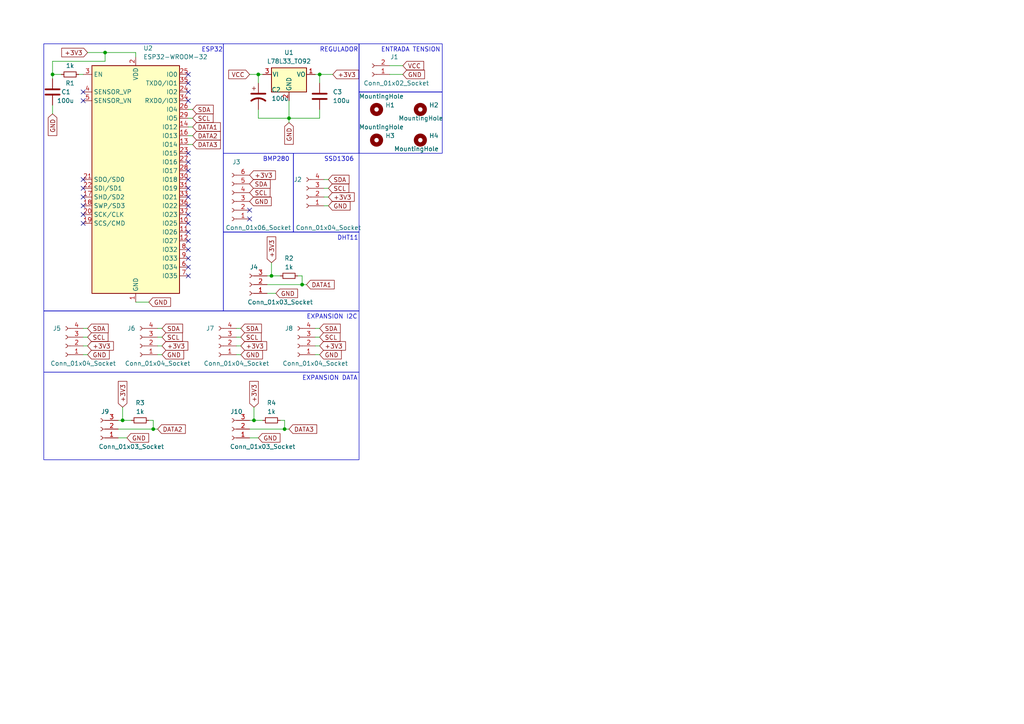
<source format=kicad_sch>
(kicad_sch (version 20230121) (generator eeschema)
  (paper "A4")
  (title_block (title "PCB CondicionesAmbientales") (date "2024-06-03") (rev "1.0") (company "ULL") (comment 1 "Johan David Melián Ramos"))
  (lib_symbols
    (symbol "Connector:Conn_01x02_Socket" (pin_names (offset 1.016) hide)
      (property "Reference" "J" (at 0 2.54 0))
      (property "Value" "Conn_01x02_Socket" (at 0 -5.08 0))
      (symbol "Conn_01x02_Socket_1_1"
        (arc (start 0 -2.032) (mid -0.5058 -2.54) (end 0 -3.048) (stroke (width 0.1524)))
        (polyline (pts (xy -1.27 -2.54) (xy -0.508 -2.54)) (stroke (width 0.1524)))
        (polyline (pts (xy -1.27 0) (xy -0.508 0)) (stroke (width 0.1524)))
        (arc (start 0 0.508) (mid -0.5058 0) (end 0 -0.508) (stroke (width 0.1524)))
        (pin passive line (at -5.08 0 0) (length 3.81) (name "Pin_1") (number "1"))
        (pin passive line (at -5.08 -2.54 0) (length 3.81) (name "Pin_2") (number "2"))
      )
    )
    (symbol "Connector:Conn_01x03_Socket" (pin_names (offset 1.016) hide)
      (property "Reference" "J" (at 0 5.08 0))
      (property "Value" "Conn_01x03_Socket" (at 0 -5.08 0))
      (symbol "Conn_01x03_Socket_1_1"
        (arc (start 0 -2.032) (mid -0.5058 -2.54) (end 0 -3.048) (stroke (width 0.1524)))
        (polyline (pts (xy -1.27 -2.54) (xy -0.508 -2.54)) (stroke (width 0.1524)))
        (polyline (pts (xy -1.27 0) (xy -0.508 0)) (stroke (width 0.1524)))
        (polyline (pts (xy -1.27 2.54) (xy -0.508 2.54)) (stroke (width 0.1524)))
        (arc (start 0 0.508) (mid -0.5058 0) (end 0 -0.508) (stroke (width 0.1524)))
        (arc (start 0 3.048) (mid -0.5058 2.54) (end 0 2.032) (stroke (width 0.1524)))
        (pin passive line (at -5.08 2.54 0) (length 3.81) (name "Pin_1") (number "1"))
        (pin passive line (at -5.08 0 0) (length 3.81) (name "Pin_2") (number "2"))
        (pin passive line (at -5.08 -2.54 0) (length 3.81) (name "Pin_3") (number "3"))
      )
    )
    (symbol "Connector:Conn_01x04_Socket" (pin_names (offset 1.016) hide)
      (property "Reference" "J" (at 0 5.08 0))
      (property "Value" "Conn_01x04_Socket" (at 0 -7.62 0))
      (symbol "Conn_01x04_Socket_1_1"
        (arc (start 0 -4.572) (mid -0.5058 -5.08) (end 0 -5.588) (stroke (width 0.1524)))
        (arc (start 0 -2.032) (mid -0.5058 -2.54) (end 0 -3.048) (stroke (width 0.1524)))
        (polyline (pts (xy -1.27 -5.08) (xy -0.508 -5.08)) (stroke (width 0.1524)))
        (polyline (pts (xy -1.27 -2.54) (xy -0.508 -2.54)) (stroke (width 0.1524)))
        (polyline (pts (xy -1.27 0) (xy -0.508 0)) (stroke (width 0.1524)))
        (polyline (pts (xy -1.27 2.54) (xy -0.508 2.54)) (stroke (width 0.1524)))
        (arc (start 0 0.508) (mid -0.5058 0) (end 0 -0.508) (stroke (width 0.1524)))
        (arc (start 0 3.048) (mid -0.5058 2.54) (end 0 2.032) (stroke (width 0.1524)))
        (pin passive line (at -5.08 2.54 0) (length 3.81) (name "Pin_1") (number "1"))
        (pin passive line (at -5.08 0 0) (length 3.81) (name "Pin_2") (number "2"))
        (pin passive line (at -5.08 -2.54 0) (length 3.81) (name "Pin_3") (number "3"))
        (pin passive line (at -5.08 -5.08 0) (length 3.81) (name "Pin_4") (number "4"))
      )
    )
    (symbol "Connector:Conn_01x06_Socket" (pin_names (offset 1.016) hide)
      (property "Reference" "J" (at 0 7.62 0))
      (property "Value" "Conn_01x06_Socket" (at 0 -10.16 0))
      (symbol "Conn_01x06_Socket_1_1"
        (arc (start 0 -7.112) (mid -0.5058 -7.62) (end 0 -8.128) (stroke (width 0.1524)))
        (arc (start 0 -4.572) (mid -0.5058 -5.08) (end 0 -5.588) (stroke (width 0.1524)))
        (arc (start 0 -2.032) (mid -0.5058 -2.54) (end 0 -3.048) (stroke (width 0.1524)))
        (polyline (pts (xy -1.27 -7.62) (xy -0.508 -7.62)) (stroke (width 0.1524)))
        (polyline (pts (xy -1.27 -5.08) (xy -0.508 -5.08)) (stroke (width 0.1524)))
        (polyline (pts (xy -1.27 -2.54) (xy -0.508 -2.54)) (stroke (width 0.1524)))
        (polyline (pts (xy -1.27 0) (xy -0.508 0)) (stroke (width 0.1524)))
        (polyline (pts (xy -1.27 2.54) (xy -0.508 2.54)) (stroke (width 0.1524)))
        (polyline (pts (xy -1.27 5.08) (xy -0.508 5.08)) (stroke (width 0.1524)))
        (arc (start 0 0.508) (mid -0.5058 0) (end 0 -0.508) (stroke (width 0.1524)))
        (arc (start 0 3.048) (mid -0.5058 2.54) (end 0 2.032) (stroke (width 0.1524)))
        (arc (start 0 5.588) (mid -0.5058 5.08) (end 0 4.572) (stroke (width 0.1524)))
        (pin passive line (at -5.08 5.08 0) (length 3.81) (name "Pin_1") (number "1"))
        (pin passive line (at -5.08 2.54 0) (length 3.81) (name "Pin_2") (number "2"))
        (pin passive line (at -5.08 0 0) (length 3.81) (name "Pin_3") (number "3"))
        (pin passive line (at -5.08 -2.54 0) (length 3.81) (name "Pin_4") (number "4"))
        (pin passive line (at -5.08 -5.08 0) (length 3.81) (name "Pin_5") (number "5"))
        (pin passive line (at -5.08 -7.62 0) (length 3.81) (name "Pin_6") (number "6"))
      )
    )
    (symbol "Device:C" (pin_numbers hide) (pin_names (offset 0.254))
      (property "Reference" "C" (at 0.635 2.54 0))
      (property "Value" "C" (at 0.635 -2.54 0))
      (symbol "C_0_1"
        (polyline (pts (xy -2.032 -0.762) (xy 2.032 -0.762)) (stroke (width 0.508)))
        (polyline (pts (xy -2.032 0.762) (xy 2.032 0.762)) (stroke (width 0.508)))
      )
      (symbol "C_1_1"
        (pin passive line (at 0 3.81 270) (length 2.794) (name "~") (number "1"))
        (pin passive line (at 0 -3.81 90) (length 2.794) (name "~") (number "2"))
      )
    )
    (symbol "Device:C_Polarized_US" (pin_numbers hide) (pin_names (offset 0.254) hide)
      (property "Reference" "C" (at 0.635 2.54 0))
      (property "Value" "C_Polarized_US" (at 0.635 -2.54 0))
      (symbol "C_Polarized_US_0_1"
        (polyline (pts (xy -2.032 0.762) (xy 2.032 0.762)) (stroke (width 0.508)))
        (polyline (pts (xy -1.778 2.286) (xy -0.762 2.286)))
        (polyline (pts (xy -1.27 1.778) (xy -1.27 2.794)))
        (arc (start 2.032 -1.27) (mid 0 -0.5572) (end -2.032 -1.27) (stroke (width 0.508)))
      )
      (symbol "C_Polarized_US_1_1"
        (pin passive line (at 0 3.81 270) (length 2.794) (name "~") (number "1"))
        (pin passive line (at 0 -3.81 90) (length 3.302) (name "~") (number "2"))
      )
    )
    (symbol "Device:R_Small" (pin_numbers hide) (pin_names (offset 0.254) hide)
      (property "Reference" "R" (at 0.762 0.508 0))
      (property "Value" "R_Small" (at 0.762 -1.016 0))
      (symbol "R_Small_0_1"
        (rectangle (start -0.762 1.778) (end 0.762 -1.778) (stroke (width 0.2032)))
      )
      (symbol "R_Small_1_1"
        (pin passive line (at 0 2.54 270) (length 0.762) (name "~") (number "1"))
        (pin passive line (at 0 -2.54 90) (length 0.762) (name "~") (number "2"))
      )
    )
    (symbol "Mechanical:MountingHole" (pin_names (offset 1.016))
      (property "Reference" "H" (at 0 5.08 0))
      (property "Value" "MountingHole" (at 0 3.175 0))
      (symbol "MountingHole_0_1"
        (circle (center 0 0) (radius 1.27) (stroke (width 1.27)))
      )
    )
    (symbol "RF_Module:ESP32-WROOM-32"
      (property "Reference" "U" (at -12.7 34.29 0))
      (property "Value" "ESP32-WROOM-32" (at 1.27 34.29 0))
      (symbol "ESP32-WROOM-32_0_1"
        (rectangle (start -12.7 33.02) (end 12.7 -33.02) (stroke (width 0.254)) (fill (type background)))
      )
      (symbol "ESP32-WROOM-32_1_1"
        (pin power_in line (at 0 -35.56 90) (length 2.54) (name "GND") (number "1"))
        (pin bidirectional line (at 15.24 -12.7 180) (length 2.54) (name "IO25") (number "10"))
        (pin bidirectional line (at 15.24 -15.24 180) (length 2.54) (name "IO26") (number "11"))
        (pin bidirectional line (at 15.24 -17.78 180) (length 2.54) (name "IO27") (number "12"))
        (pin bidirectional line (at 15.24 10.16 180) (length 2.54) (name "IO14") (number "13"))
        (pin bidirectional line (at 15.24 15.24 180) (length 2.54) (name "IO12") (number "14"))
        (pin passive line (at 0 -35.56 90) (length 2.54) hide (name "GND") (number "15"))
        (pin bidirectional line (at 15.24 12.7 180) (length 2.54) (name "IO13") (number "16"))
        (pin bidirectional line (at -15.24 -5.08 0) (length 2.54) (name "SHD/SD2") (number "17"))
        (pin bidirectional line (at -15.24 -7.62 0) (length 2.54) (name "SWP/SD3") (number "18"))
        (pin bidirectional line (at -15.24 -12.7 0) (length 2.54) (name "SCS/CMD") (number "19"))
        (pin power_in line (at 0 35.56 270) (length 2.54) (name "VDD") (number "2"))
        (pin bidirectional line (at -15.24 -10.16 0) (length 2.54) (name "SCK/CLK") (number "20"))
        (pin bidirectional line (at -15.24 0 0) (length 2.54) (name "SDO/SD0") (number "21"))
        (pin bidirectional line (at -15.24 -2.54 0) (length 2.54) (name "SDI/SD1") (number "22"))
        (pin bidirectional line (at 15.24 7.62 180) (length 2.54) (name "IO15") (number "23"))
        (pin bidirectional line (at 15.24 25.4 180) (length 2.54) (name "IO2") (number "24"))
        (pin bidirectional line (at 15.24 30.48 180) (length 2.54) (name "IO0") (number "25"))
        (pin bidirectional line (at 15.24 20.32 180) (length 2.54) (name "IO4") (number "26"))
        (pin bidirectional line (at 15.24 5.08 180) (length 2.54) (name "IO16") (number "27"))
        (pin bidirectional line (at 15.24 2.54 180) (length 2.54) (name "IO17") (number "28"))
        (pin bidirectional line (at 15.24 17.78 180) (length 2.54) (name "IO5") (number "29"))
        (pin input line (at -15.24 30.48 0) (length 2.54) (name "EN") (number "3"))
        (pin bidirectional line (at 15.24 0 180) (length 2.54) (name "IO18") (number "30"))
        (pin bidirectional line (at 15.24 -2.54 180) (length 2.54) (name "IO19") (number "31"))
        (pin no_connect line (at -12.7 -27.94 0) (length 2.54) hide (name "NC") (number "32"))
        (pin bidirectional line (at 15.24 -5.08 180) (length 2.54) (name "IO21") (number "33"))
        (pin bidirectional line (at 15.24 22.86 180) (length 2.54) (name "RXD0/IO3") (number "34"))
        (pin bidirectional line (at 15.24 27.94 180) (length 2.54) (name "TXD0/IO1") (number "35"))
        (pin bidirectional line (at 15.24 -7.62 180) (length 2.54) (name "IO22") (number "36"))
        (pin bidirectional line (at 15.24 -10.16 180) (length 2.54) (name "IO23") (number "37"))
        (pin passive line (at 0 -35.56 90) (length 2.54) hide (name "GND") (number "38"))
        (pin passive line (at 0 -35.56 90) (length 2.54) hide (name "GND") (number "39"))
        (pin input line (at -15.24 25.4 0) (length 2.54) (name "SENSOR_VP") (number "4"))
        (pin input line (at -15.24 22.86 0) (length 2.54) (name "SENSOR_VN") (number "5"))
        (pin input line (at 15.24 -25.4 180) (length 2.54) (name "IO34") (number "6"))
        (pin input line (at 15.24 -27.94 180) (length 2.54) (name "IO35") (number "7"))
        (pin bidirectional line (at 15.24 -20.32 180) (length 2.54) (name "IO32") (number "8"))
        (pin bidirectional line (at 15.24 -22.86 180) (length 2.54) (name "IO33") (number "9"))
      )
    )
    (symbol "Regulator_Linear:L78L33_TO92" (pin_names (offset 0.254))
      (property "Reference" "U" (at -3.81 3.175 0))
      (property "Value" "L78L33_TO92" (at 0 3.175 0))
      (symbol "L78L33_TO92_0_1"
        (rectangle (start -5.08 -5.08) (end 5.08 1.905) (stroke (width 0.254)) (fill (type background)))
      )
      (symbol "L78L33_TO92_1_1"
        (pin power_out line (at 7.62 0 180) (length 2.54) (name "VO") (number "1"))
        (pin power_in line (at 0 -7.62 90) (length 2.54) (name "GND") (number "2"))
        (pin power_in line (at -7.62 0 0) (length 2.54) (name "VI") (number "3"))
      )
    )
  )
  (junction (at 15.24 21.59))
  (junction (at 78.74 80.01))
  (junction (at 73.66 121.92))
  (junction (at 30.48 15.24))
  (junction (at 92.71 21.59))
  (junction (at 74.93 21.59))
  (junction (at 44.45 124.46))
  (junction (at 87.63 82.55))
  (junction (at 35.56 121.92))
  (junction (at 82.55 124.46))
  (junction (at 83.82 34.29))
  (no_connect (at 24.13 59.69))
  (no_connect (at 54.61 77.47))
  (no_connect (at 54.61 54.61))
  (no_connect (at 54.61 29.21))
  (no_connect (at 24.13 29.21))
  (no_connect (at 24.13 52.07))
  (no_connect (at 54.61 59.69))
  (no_connect (at 24.13 26.67))
  (no_connect (at 54.61 69.85))
  (no_connect (at 54.61 80.01))
  (no_connect (at 54.61 67.31))
  (no_connect (at 54.61 62.23))
  (no_connect (at 54.61 46.99))
  (no_connect (at 54.61 57.15))
  (no_connect (at 24.13 64.77))
  (no_connect (at 54.61 24.13))
  (no_connect (at 24.13 62.23))
  (no_connect (at 54.61 64.77))
  (no_connect (at 72.39 60.96))
  (no_connect (at 54.61 52.07))
  (no_connect (at 72.39 63.5))
  (no_connect (at 24.13 57.15))
  (no_connect (at 24.13 54.61))
  (no_connect (at 54.61 49.53))
  (no_connect (at 54.61 72.39))
  (no_connect (at 54.61 74.93))
  (no_connect (at 54.61 21.59))
  (no_connect (at 54.61 44.45))
  (no_connect (at 54.61 26.67))
  (wire (pts (xy 82.55 121.92) (xy 81.28 121.92)))
  (wire (pts (xy 54.61 41.91) (xy 55.88 41.91)))
  (wire (pts (xy 46.99 97.79) (xy 45.72 97.79)))
  (wire (pts (xy 83.82 34.29) (xy 92.71 34.29)))
  (wire (pts (xy 73.66 121.92) (xy 76.2 121.92)))
  (wire (pts (xy 15.24 21.59) (xy 15.24 17.78)))
  (wire (pts (xy 82.55 124.46) (xy 83.82 124.46)))
  (wire (pts (xy 46.99 100.33) (xy 45.72 100.33)))
  (wire (pts (xy 72.39 124.46) (xy 82.55 124.46)))
  (wire (pts (xy 15.24 17.78) (xy 30.48 17.78)))
  (wire (pts (xy 25.4 102.87) (xy 24.13 102.87)))
  (wire (pts (xy 74.93 21.59) (xy 74.93 24.13)))
  (wire (pts (xy 82.55 121.92) (xy 82.55 124.46)))
  (wire (pts (xy 54.61 39.37) (xy 55.88 39.37)))
  (wire (pts (xy 74.93 34.29) (xy 83.82 34.29)))
  (wire (pts (xy 39.37 87.63) (xy 43.18 87.63)))
  (wire (pts (xy 22.86 21.59) (xy 24.13 21.59)))
  (wire (pts (xy 78.74 80.01) (xy 81.28 80.01)))
  (wire (pts (xy 77.47 85.09) (xy 80.01 85.09)))
  (wire (pts (xy 30.48 17.78) (xy 30.48 15.24)))
  (wire (pts (xy 95.25 57.15) (xy 93.98 57.15)))
  (wire (pts (xy 69.85 102.87) (xy 68.58 102.87)))
  (wire (pts (xy 30.48 15.24) (xy 39.37 15.24)))
  (wire (pts (xy 92.71 21.59) (xy 92.71 24.13)))
  (wire (pts (xy 15.24 21.59) (xy 15.24 22.86)))
  (wire (pts (xy 87.63 80.01) (xy 87.63 82.55)))
  (wire (pts (xy 34.29 124.46) (xy 44.45 124.46)))
  (wire (pts (xy 116.84 19.05) (xy 113.03 19.05)))
  (wire (pts (xy 78.74 76.2) (xy 78.74 80.01)))
  (wire (pts (xy 74.93 21.59) (xy 76.2 21.59)))
  (wire (pts (xy 95.25 54.61) (xy 93.98 54.61)))
  (wire (pts (xy 77.47 82.55) (xy 87.63 82.55)))
  (wire (pts (xy 44.45 124.46) (xy 45.72 124.46)))
  (wire (pts (xy 34.29 127) (xy 36.83 127)))
  (wire (pts (xy 87.63 80.01) (xy 86.36 80.01)))
  (wire (pts (xy 69.85 95.25) (xy 68.58 95.25)))
  (wire (pts (xy 25.4 100.33) (xy 24.13 100.33)))
  (wire (pts (xy 35.56 118.11) (xy 35.56 121.92)))
  (wire (pts (xy 44.45 121.92) (xy 43.18 121.92)))
  (wire (pts (xy 25.4 95.25) (xy 24.13 95.25)))
  (wire (pts (xy 72.39 21.59) (xy 74.93 21.59)))
  (wire (pts (xy 87.63 82.55) (xy 88.9 82.55)))
  (wire (pts (xy 92.71 100.33) (xy 91.44 100.33)))
  (wire (pts (xy 54.61 36.83) (xy 55.88 36.83)))
  (wire (pts (xy 54.61 31.75) (xy 55.88 31.75)))
  (wire (pts (xy 46.99 95.25) (xy 45.72 95.25)))
  (wire (pts (xy 113.03 21.59) (xy 116.84 21.59)))
  (wire (pts (xy 35.56 121.92) (xy 38.1 121.92)))
  (wire (pts (xy 25.4 97.79) (xy 24.13 97.79)))
  (wire (pts (xy 92.71 95.25) (xy 91.44 95.25)))
  (wire (pts (xy 54.61 34.29) (xy 55.88 34.29)))
  (wire (pts (xy 92.71 102.87) (xy 91.44 102.87)))
  (wire (pts (xy 35.56 121.92) (xy 34.29 121.92)))
  (wire (pts (xy 73.66 121.92) (xy 72.39 121.92)))
  (wire (pts (xy 91.44 21.59) (xy 92.71 21.59)))
  (wire (pts (xy 73.66 118.11) (xy 73.66 121.92)))
  (wire (pts (xy 44.45 121.92) (xy 44.45 124.46)))
  (wire (pts (xy 25.4 15.24) (xy 30.48 15.24)))
  (wire (pts (xy 69.85 97.79) (xy 68.58 97.79)))
  (wire (pts (xy 15.24 30.48) (xy 15.24 33.02)))
  (wire (pts (xy 46.99 102.87) (xy 45.72 102.87)))
  (wire (pts (xy 92.71 97.79) (xy 91.44 97.79)))
  (wire (pts (xy 74.93 34.29) (xy 74.93 31.75)))
  (wire (pts (xy 39.37 15.24) (xy 39.37 16.51)))
  (wire (pts (xy 83.82 35.56) (xy 83.82 34.29)))
  (wire (pts (xy 78.74 80.01) (xy 77.47 80.01)))
  (wire (pts (xy 92.71 21.59) (xy 96.52 21.59)))
  (wire (pts (xy 69.85 100.33) (xy 68.58 100.33)))
  (wire (pts (xy 83.82 29.21) (xy 83.82 34.29)))
  (wire (pts (xy 95.25 59.69) (xy 93.98 59.69)))
  (wire (pts (xy 95.25 52.07) (xy 93.98 52.07)))
  (wire (pts (xy 92.71 31.75) (xy 92.71 34.29)))
  (wire (pts (xy 72.39 127) (xy 74.93 127)))
  (wire (pts (xy 17.78 21.59) (xy 15.24 21.59)))
  (rectangle (start 12.7 107.95) (end 104.14 133.35))
  (rectangle (start 104.14 12.7) (end 128.27 26.67))
  (rectangle (start 64.77 67.31) (end 104.14 90.17))
  (rectangle (start 104.14 26.67) (end 128.27 44.45))
  (rectangle (start 64.77 44.45) (end 85.09 67.31))
  (rectangle (start 12.7 90.17) (end 104.14 107.95))
  (rectangle (start 12.7 12.7) (end 64.77 90.17))
  (rectangle (start 64.77 12.7) (end 104.14 44.45))
  (rectangle (start 85.09 44.45) (end 104.14 67.31))
  (text "BMP280" (at 76.2 46.99 0) (effects (font (size 1.27 1.27)) (justify left bottom)))
  (text "ESP32" (at 58.42 15.24 0) (effects (font (size 1.27 1.27)) (justify left bottom)))
  (text "REGULADOR\n" (at 92.71 15.24 0) (effects (font (size 1.27 1.27)) (justify left bottom)))
  (text "EXPANSION DATA" (at 87.63 110.49 0) (effects (font (size 1.27 1.27)) (justify left bottom)))
  (text "SSD1306 " (at 93.98 46.99 0) (effects (font (size 1.27 1.27)) (justify left bottom)))
  (text "ENTRADA TENSION\n" (at 110.49 15.24 0) (effects (font (size 1.27 1.27)) (justify left bottom)))
  (text "DHT11" (at 97.79 69.85 0) (effects (font (size 1.27 1.27)) (justify left bottom)))
  (text "EXPANSION I2C\n" (at 88.9 92.71 0) (effects (font (size 1.27 1.27)) (justify left bottom)))
  (global_label "+3V3" (shape input) (at 96.52 21.59 0) (property "Intersheetrefs" "${INTERSHEET_REFS}" (effects hide)))
  (global_label "VCC" (shape input) (at 116.84 19.05 0) (property "Intersheetrefs" "${INTERSHEET_REFS}" (effects hide)))
  (global_label "SDA" (shape input) (at 95.25 52.07 0) (property "Intersheetrefs" "${INTERSHEET_REFS}" (effects hide)))
  (global_label "SDA" (shape input) (at 92.71 95.25 0) (property "Intersheetrefs" "${INTERSHEET_REFS}" (effects hide)))
  (global_label "+3V3" (shape input) (at 35.56 118.11 90) (property "Intersheetrefs" "${INTERSHEET_REFS}" (effects hide)))
  (global_label "+3V3" (shape input) (at 73.66 118.11 90) (property "Intersheetrefs" "${INTERSHEET_REFS}" (effects hide)))
  (global_label "SCL" (shape input) (at 55.88 34.29 0) (property "Intersheetrefs" "${INTERSHEET_REFS}" (effects hide)))
  (global_label "GND" (shape input) (at 80.01 85.09 0) (property "Intersheetrefs" "${INTERSHEET_REFS}" (effects hide)))
  (global_label "SDA" (shape input) (at 69.85 95.25 0) (property "Intersheetrefs" "${INTERSHEET_REFS}" (effects hide)))
  (global_label "+3V3" (shape input) (at 78.74 76.2 90) (property "Intersheetrefs" "${INTERSHEET_REFS}" (effects hide)))
  (global_label "SCL" (shape input) (at 72.39 55.88 0) (property "Intersheetrefs" "${INTERSHEET_REFS}" (effects hide)))
  (global_label "+3V3" (shape input) (at 95.25 57.15 0) (property "Intersheetrefs" "${INTERSHEET_REFS}" (effects hide)))
  (global_label "GND" (shape input) (at 15.24 33.02 270) (property "Intersheetrefs" "${INTERSHEET_REFS}" (effects hide)))
  (global_label "SCL" (shape input) (at 69.85 97.79 0) (property "Intersheetrefs" "${INTERSHEET_REFS}" (effects hide)))
  (global_label "+3V3" (shape input) (at 25.4 100.33 0) (property "Intersheetrefs" "${INTERSHEET_REFS}" (effects hide)))
  (global_label "+3V3" (shape input) (at 25.4 15.24 180) (property "Intersheetrefs" "${INTERSHEET_REFS}" (effects hide)))
  (global_label "DATA3" (shape input) (at 83.82 124.46 0) (property "Intersheetrefs" "${INTERSHEET_REFS}" (effects hide)))
  (global_label "+3V3" (shape input) (at 46.99 100.33 0) (property "Intersheetrefs" "${INTERSHEET_REFS}" (effects hide)))
  (global_label "GND" (shape input) (at 43.18 87.63 0) (property "Intersheetrefs" "${INTERSHEET_REFS}" (effects hide)))
  (global_label "SDA" (shape input) (at 25.4 95.25 0) (property "Intersheetrefs" "${INTERSHEET_REFS}" (effects hide)))
  (global_label "+3V3" (shape input) (at 92.71 100.33 0) (property "Intersheetrefs" "${INTERSHEET_REFS}" (effects hide)))
  (global_label "SCL" (shape input) (at 25.4 97.79 0) (property "Intersheetrefs" "${INTERSHEET_REFS}" (effects hide)))
  (global_label "GND" (shape input) (at 92.71 102.87 0) (property "Intersheetrefs" "${INTERSHEET_REFS}" (effects hide)))
  (global_label "SDA" (shape input) (at 72.39 53.34 0) (property "Intersheetrefs" "${INTERSHEET_REFS}" (effects hide)))
  (global_label "SDA" (shape input) (at 46.99 95.25 0) (property "Intersheetrefs" "${INTERSHEET_REFS}" (effects hide)))
  (global_label "GND" (shape input) (at 74.93 127 0) (property "Intersheetrefs" "${INTERSHEET_REFS}" (effects hide)))
  (global_label "VCC" (shape input) (at 72.39 21.59 180) (property "Intersheetrefs" "${INTERSHEET_REFS}" (effects hide)))
  (global_label "SCL" (shape input) (at 92.71 97.79 0) (property "Intersheetrefs" "${INTERSHEET_REFS}" (effects hide)))
  (global_label "DATA1" (shape input) (at 55.88 36.83 0) (property "Intersheetrefs" "${INTERSHEET_REFS}" (effects hide)))
  (global_label "+3V3" (shape input) (at 72.39 50.8 0) (property "Intersheetrefs" "${INTERSHEET_REFS}" (effects hide)))
  (global_label "GND" (shape input) (at 83.82 35.56 270) (property "Intersheetrefs" "${INTERSHEET_REFS}" (effects hide)))
  (global_label "+3V3" (shape input) (at 69.85 100.33 0) (property "Intersheetrefs" "${INTERSHEET_REFS}" (effects hide)))
  (global_label "SCL" (shape input) (at 46.99 97.79 0) (property "Intersheetrefs" "${INTERSHEET_REFS}" (effects hide)))
  (global_label "GND" (shape input) (at 95.25 59.69 0) (property "Intersheetrefs" "${INTERSHEET_REFS}" (effects hide)))
  (global_label "GND" (shape input) (at 116.84 21.59 0) (property "Intersheetrefs" "${INTERSHEET_REFS}" (effects hide)))
  (global_label "GND" (shape input) (at 46.99 102.87 0) (property "Intersheetrefs" "${INTERSHEET_REFS}" (effects hide)))
  (global_label "GND" (shape input) (at 36.83 127 0) (property "Intersheetrefs" "${INTERSHEET_REFS}" (effects hide)))
  (global_label "SDA" (shape input) (at 55.88 31.75 0) (property "Intersheetrefs" "${INTERSHEET_REFS}" (effects hide)))
  (global_label "SCL" (shape input) (at 95.25 54.61 0) (property "Intersheetrefs" "${INTERSHEET_REFS}" (effects hide)))
  (global_label "DATA2" (shape input) (at 45.72 124.46 0) (property "Intersheetrefs" "${INTERSHEET_REFS}" (effects hide)))
  (global_label "DATA2" (shape input) (at 55.88 39.37 0) (property "Intersheetrefs" "${INTERSHEET_REFS}" (effects hide)))
  (global_label "DATA3" (shape input) (at 55.88 41.91 0) (property "Intersheetrefs" "${INTERSHEET_REFS}" (effects hide)))
  (global_label "GND" (shape input) (at 69.85 102.87 0) (property "Intersheetrefs" "${INTERSHEET_REFS}" (effects hide)))
  (global_label "GND" (shape input) (at 72.39 58.42 0) (property "Intersheetrefs" "${INTERSHEET_REFS}" (effects hide)))
  (global_label "GND" (shape input) (at 25.4 102.87 0) (property "Intersheetrefs" "${INTERSHEET_REFS}" (effects hide)))
  (global_label "DATA1" (shape input) (at 88.9 82.55 0) (property "Intersheetrefs" "${INTERSHEET_REFS}" (effects hide)))
  (symbol (lib_id "Mechanical:MountingHole") (at 109.22 31.75 0) (unit 1)
    (property "Reference" "H1" (at 111.76 30.48 0) (effects (justify left)))
    (property "Value" "MountingHole" (at 104.14 27.94 0) (effects (justify left)))
    (property "Footprint" "MountingHole:MountingHole_2.5mm" (effects hide))
  )
  (symbol (lib_id "Connector:Conn_01x06_Socket") (at 67.31 58.42 180) (unit 1)
    (property "Reference" "J3" (at 68.58 46.99 0))
    (property "Value" "Conn_01x06_Socket" (at 74.93 66.04 0))
    (property "Footprint" "Connector_PinSocket_2.54mm:PinSocket_1x06_P2.54mm_Vertical" (effects hide))
  )
  (symbol (lib_id "Mechanical:MountingHole") (at 121.92 40.64 0) (unit 1)
    (property "Reference" "H4" (at 124.46 39.37 0) (effects (justify left)))
    (property "Value" "MountingHole" (at 114.3 43.18 0) (effects (justify left)))
    (property "Footprint" "MountingHole:MountingHole_2.5mm" (effects hide))
  )
  (symbol (lib_id "Connector:Conn_01x04_Socket") (at 40.64 100.33 180) (unit 1)
    (property "Reference" "J6" (at 38.1 95.25 0))
    (property "Value" "Conn_01x04_Socket" (at 45.72 105.41 0))
    (property "Footprint" "Connector_PinSocket_2.54mm:PinSocket_1x04_P2.54mm_Vertical" (effects hide))
  )
  (symbol (lib_id "Mechanical:MountingHole") (at 121.92 31.75 0) (unit 1)
    (property "Reference" "H2" (at 124.46 30.48 0) (effects (justify left)))
    (property "Value" "MountingHole" (at 115.57 34.29 0) (effects (justify left)))
    (property "Footprint" "MountingHole:MountingHole_2.5mm" (effects hide))
  )
  (symbol (lib_id "Connector:Conn_01x04_Socket") (at 19.05 100.33 180) (unit 1)
    (property "Reference" "J5" (at 16.51 95.25 0))
    (property "Value" "Conn_01x04_Socket" (at 24.13 105.41 0))
    (property "Footprint" "Connector_PinSocket_2.54mm:PinSocket_1x04_P2.54mm_Vertical" (effects hide))
  )
  (symbol (lib_id "Connector:Conn_01x02_Socket") (at 107.95 21.59 180) (unit 1)
    (property "Reference" "J1" (at 115.57 16.51 0) (effects (justify left)))
    (property "Value" "Conn_01x02_Socket" (at 124.46 24.13 0) (effects (justify left)))
    (property "Footprint" "Connector_PinSocket_2.54mm:PinSocket_1x02_P2.54mm_Vertical" (effects hide))
  )
  (symbol (lib_id "Device:R_Small") (at 20.32 21.59 90) (unit 1)
    (property "Reference" "R1" (at 20.32 24.13 90))
    (property "Value" "1k" (at 20.32 19.05 90))
    (property "Footprint" "Resistor_THT:R_Axial_DIN0204_L3.6mm_D1.6mm_P7.62mm_Horizontal" (effects hide))
  )
  (symbol (lib_id "Connector:Conn_01x03_Socket") (at 67.31 124.46 180) (unit 1)
    (property "Reference" "J10" (at 68.58 119.38 0))
    (property "Value" "Conn_01x03_Socket" (at 76.2 129.54 0))
    (property "Footprint" "Connector_PinSocket_2.54mm:PinSocket_1x03_P2.54mm_Vertical" (effects hide))
  )
  (symbol (lib_id "Connector:Conn_01x04_Socket") (at 86.36 100.33 180) (unit 1)
    (property "Reference" "J8" (at 83.82 95.25 0))
    (property "Value" "Conn_01x04_Socket" (at 91.44 105.41 0))
    (property "Footprint" "Connector_PinSocket_2.54mm:PinSocket_1x04_P2.54mm_Vertical" (effects hide))
  )
  (symbol (lib_id "Device:C") (at 92.71 27.94 0) (unit 1)
    (property "Reference" "C3" (at 96.52 26.67 0) (effects (justify left)))
    (property "Value" "100u" (at 96.52 29.21 0) (effects (justify left)))
    (property "Footprint" "Capacitor_THT:C_Radial_D6.3mm_H5.0mm_P2.50mm" (effects hide))
  )
  (symbol (lib_id "Mechanical:MountingHole") (at 109.22 40.64 0) (unit 1)
    (property "Reference" "H3" (at 111.76 39.37 0) (effects (justify left)))
    (property "Value" "MountingHole" (at 104.14 36.83 0) (effects (justify left)))
    (property "Footprint" "MountingHole:MountingHole_2.5mm" (effects hide))
  )
  (symbol (lib_id "Connector:Conn_01x03_Socket") (at 72.39 82.55 180) (unit 1)
    (property "Reference" "J4" (at 73.66 77.47 0))
    (property "Value" "Conn_01x03_Socket" (at 81.28 87.63 0))
    (property "Footprint" "Connector_PinSocket_2.54mm:PinSocket_1x03_P2.54mm_Vertical" (effects hide))
  )
  (symbol (lib_id "Device:R_Small") (at 83.82 80.01 90) (unit 1)
    (property "Reference" "R2" (at 83.82 74.93 90))
    (property "Value" "1k" (at 83.82 77.47 90))
    (property "Footprint" "Resistor_THT:R_Axial_DIN0204_L3.6mm_D1.6mm_P7.62mm_Horizontal" (effects hide))
  )
  (symbol (lib_id "Connector:Conn_01x04_Socket") (at 88.9 57.15 180) (unit 1)
    (property "Reference" "J2" (at 86.36 52.07 0))
    (property "Value" "Conn_01x04_Socket" (at 95.25 66.04 0))
    (property "Footprint" "Connector_PinSocket_2.54mm:PinSocket_1x04_P2.54mm_Vertical" (effects hide))
  )
  (symbol (lib_id "Device:C_Polarized_US") (at 74.93 27.94 0) (unit 1)
    (property "Reference" "C2" (at 78.74 26.035 0) (effects (justify left)))
    (property "Value" "100u" (at 78.74 28.575 0) (effects (justify left)))
    (property "Footprint" "Capacitor_THT:C_Radial_D6.3mm_H5.0mm_P2.50mm" (effects hide))
  )
  (symbol (lib_id "Regulator_Linear:L78L33_TO92") (at 83.82 21.59 0) (unit 1)
    (property "Reference" "U1" (at 83.82 15.24 0))
    (property "Value" "L78L33_TO92" (at 83.82 17.78 0))
    (property "Footprint" "Package_TO_SOT_THT:TO-92_Inline" (effects hide))
    (property "Datasheet" "http://www.st.com/content/ccc/resource/technical/document/datasheet/15/55/e5/aa/23/5b/43/fd/CD00000446.pdf/files/CD00000446.pdf/jcr:content/translations/en.CD00000446.pdf" (effects hide))
  )
  (symbol (lib_id "Device:R_Small") (at 40.64 121.92 90) (unit 1)
    (property "Reference" "R3" (at 40.64 116.84 90))
    (property "Value" "1k" (at 40.64 119.38 90))
    (property "Footprint" "Resistor_THT:R_Axial_DIN0204_L3.6mm_D1.6mm_P7.62mm_Horizontal" (effects hide))
  )
  (symbol (lib_id "Connector:Conn_01x03_Socket") (at 29.21 124.46 180) (unit 1)
    (property "Reference" "J9" (at 30.48 119.38 0))
    (property "Value" "Conn_01x03_Socket" (at 38.1 129.54 0))
    (property "Footprint" "Connector_PinSocket_2.54mm:PinSocket_1x03_P2.54mm_Vertical" (effects hide))
  )
  (symbol (lib_id "Device:C") (at 15.24 26.67 0) (unit 1)
    (property "Reference" "C1" (at 17.78 26.67 0) (effects (justify left)))
    (property "Value" "100u" (at 16.51 29.21 0) (effects (justify left)))
    (property "Footprint" "Capacitor_THT:C_Radial_D6.3mm_H5.0mm_P2.50mm" (effects hide))
  )
  (symbol (lib_id "RF_Module:ESP32-WROOM-32") (at 39.37 52.07 0) (unit 1)
    (property "Reference" "U2" (at 41.5641 13.97 0) (effects (justify left)))
    (property "Value" "ESP32-WROOM-32" (at 41.5641 16.51 0) (effects (justify left)))
    (property "Footprint" "RF_Module:ESP32-WROOM-32" (effects hide))
    (property "Datasheet" "https://www.espressif.com/sites/default/files/documentation/esp32-wroom-32_datasheet_en.pdf" (effects hide))
  )
  (symbol (lib_id "Device:R_Small") (at 78.74 121.92 90) (unit 1)
    (property "Reference" "R4" (at 78.74 116.84 90))
    (property "Value" "1k" (at 78.74 119.38 90))
    (property "Footprint" "Resistor_THT:R_Axial_DIN0204_L3.6mm_D1.6mm_P7.62mm_Horizontal" (effects hide))
  )
  (symbol (lib_id "Connector:Conn_01x04_Socket") (at 63.5 100.33 180) (unit 1)
    (property "Reference" "J7" (at 60.96 95.25 0))
    (property "Value" "Conn_01x04_Socket" (at 68.58 105.41 0))
    (property "Footprint" "Connector_PinSocket_2.54mm:PinSocket_1x04_P2.54mm_Vertical" (effects hide))
  )
)
</source>
